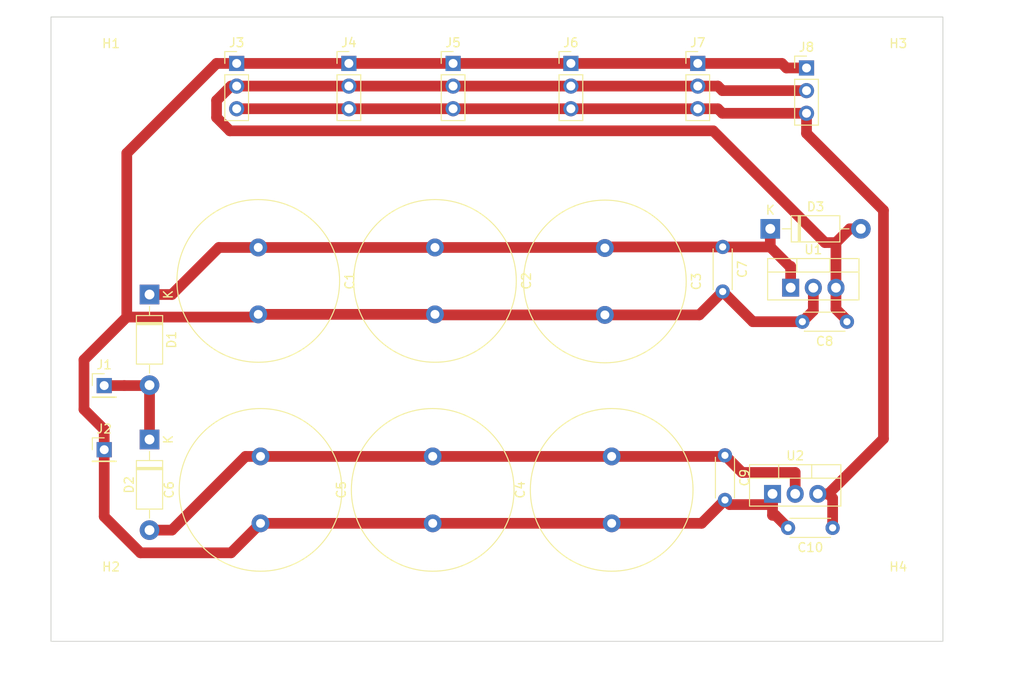
<source format=kicad_pcb>
(kicad_pcb (version 20221018) (generator pcbnew)
  (layers (0 "F.Cu" signal) (31 "B.Cu" signal) (34 "B.Paste" user) (35 "F.Paste" user) (36 "B.SilkS" user "B.Silkscreen") (37 "F.SilkS" user "F.Silkscreen") (38 "B.Mask" user) (39 "F.Mask" user) (44 "Edge.Cuts" user))
  (net 0 "")
  (net 1 "Net-(D1-K)")
  (net 2 "GND")
  (net 3 "Net-(D2-A)")
  (net 4 "Net-(D3-A)")
  (net 5 "+12VA")
  (net 6 "Net-(J3-Pin_3)")
  (footprint "Diode_THT:D_DO-41_SOD81_P10.16mm_Horizontal" (layer "F.Cu") (at 92.964 36.322)
    (fp_text reference "D3" (at 5.08 -2.47) (layer "F.SilkS"))
    (fp_text value "1N4007")
    (fp_text user "K" (at 0 -2.1) (layer "F.SilkS"))
    (fp_line (start 1.34 0) (end 2.36 0) (stroke (width 0.12)) (layer "F.SilkS"))
    (fp_line (start 2.36 -1.47) (end 2.36 1.47) (stroke (width 0.12)) (layer "F.SilkS"))
    (fp_line (start 2.36 1.47) (end 7.8 1.47) (stroke (width 0.12)) (layer "F.SilkS"))
    (fp_line (start 3.14 -1.47) (end 3.14 1.47) (stroke (width 0.12)) (layer "F.SilkS"))
    (fp_line (start 3.26 -1.47) (end 3.26 1.47) (stroke (width 0.12)) (layer "F.SilkS"))
    (fp_line (start 3.38 -1.47) (end 3.38 1.47) (stroke (width 0.12)) (layer "F.SilkS"))
    (fp_line (start 7.8 -1.47) (end 2.36 -1.47) (stroke (width 0.12)) (layer "F.SilkS"))
    (fp_line (start 7.8 1.47) (end 7.8 -1.47) (stroke (width 0.12)) (layer "F.SilkS"))
    (fp_line (start 8.82 0) (end 7.8 0) (stroke (width 0.12)) (layer "F.SilkS"))
    (pad "1" thru_hole rect (at 0 0) (size 2.2 2.2) (drill 1.1) (layers "*.Cu" "*.Mask") (net 1 "Net-(D1-K)"))
    (pad "2" thru_hole oval (at 10.16 0) (size 2.2 2.2) (drill 1.1) (layers "*.Cu" "*.Mask") (net 4 "Net-(D3-A)"))
  )
  (footprint "Connector_PinHeader_2.54mm:PinHeader_1x03_P2.54mm_Vertical" (layer "F.Cu") (at 70.612 17.78)
    (fp_text reference "J6" (at 0 -2.33) (layer "F.SilkS"))
    (fp_text value "Conn_01x03_Pin")
    (fp_line (start -1.33 -1.33) (end 0 -1.33) (stroke (width 0.12)) (layer "F.SilkS"))
    (fp_line (start -1.33 0) (end -1.33 -1.33) (stroke (width 0.12)) (layer "F.SilkS"))
    (fp_line (start -1.33 1.27) (end -1.33 6.41) (stroke (width 0.12)) (layer "F.SilkS"))
    (fp_line (start -1.33 1.27) (end 1.33 1.27) (stroke (width 0.12)) (layer "F.SilkS"))
    (fp_line (start -1.33 6.41) (end 1.33 6.41) (stroke (width 0.12)) (layer "F.SilkS"))
    (fp_line (start 1.33 1.27) (end 1.33 6.41) (stroke (width 0.12)) (layer "F.SilkS"))
    (pad "1" thru_hole rect (at 0 0) (size 1.7 1.7) (drill 1) (layers "*.Cu" "*.Mask") (net 2 "GND"))
    (pad "2" thru_hole oval (at 0 2.54) (size 1.7 1.7) (drill 1) (layers "*.Cu" "*.Mask") (net 4 "Net-(D3-A)"))
    (pad "3" thru_hole oval (at 0 5.08) (size 1.7 1.7) (drill 1) (layers "*.Cu" "*.Mask") (net 6 "Net-(J3-Pin_3)"))
  )
  (footprint "Capacitor_THT:C_Radial_D18.0mm_H35.5mm_P7.50mm" (layer "F.Cu") (at 35.56 38.414 -90)
    (fp_text reference "C1" (at 3.75 -10.25 90) (layer "F.SilkS"))
    (fp_text value "4700u")
    (fp_circle (center 3.75 0) (end 12.87 0) (stroke (width 0.12)) (fill none) (layer "F.SilkS"))
    (pad "1" thru_hole circle (at 0 0 270) (size 2 2) (drill 1) (layers "*.Cu" "*.Mask") (net 1 "Net-(D1-K)"))
    (pad "2" thru_hole circle (at 7.5 0 270) (size 2 2) (drill 1) (layers "*.Cu" "*.Mask") (net 2 "GND"))
  )
  (footprint "Connector_PinHeader_2.54mm:PinHeader_1x03_P2.54mm_Vertical" (layer "F.Cu") (at 84.836 17.78)
    (fp_text reference "J7" (at 0 -2.33) (layer "F.SilkS"))
    (fp_text value "Conn_01x03_Pin")
    (fp_line (start -1.33 -1.33) (end 0 -1.33) (stroke (width 0.12)) (layer "F.SilkS"))
    (fp_line (start -1.33 0) (end -1.33 -1.33) (stroke (width 0.12)) (layer "F.SilkS"))
    (fp_line (start -1.33 1.27) (end -1.33 6.41) (stroke (width 0.12)) (layer "F.SilkS"))
    (fp_line (start -1.33 1.27) (end 1.33 1.27) (stroke (width 0.12)) (layer "F.SilkS"))
    (fp_line (start -1.33 6.41) (end 1.33 6.41) (stroke (width 0.12)) (layer "F.SilkS"))
    (fp_line (start 1.33 1.27) (end 1.33 6.41) (stroke (width 0.12)) (layer "F.SilkS"))
    (pad "1" thru_hole rect (at 0 0) (size 1.7 1.7) (drill 1) (layers "*.Cu" "*.Mask") (net 2 "GND"))
    (pad "2" thru_hole oval (at 0 2.54) (size 1.7 1.7) (drill 1) (layers "*.Cu" "*.Mask") (net 4 "Net-(D3-A)"))
    (pad "3" thru_hole oval (at 0 5.08) (size 1.7 1.7) (drill 1) (layers "*.Cu" "*.Mask") (net 6 "Net-(J3-Pin_3)"))
  )
  (footprint "Connector_PinHeader_2.54mm:PinHeader_1x03_P2.54mm_Vertical" (layer "F.Cu") (at 97.028 18.288)
    (fp_text reference "J8" (at 0 -2.33) (layer "F.SilkS"))
    (fp_text value "Conn_01x03_Pin")
    (fp_line (start -1.33 -1.33) (end 0 -1.33) (stroke (width 0.12)) (layer "F.SilkS"))
    (fp_line (start -1.33 0) (end -1.33 -1.33) (stroke (width 0.12)) (layer "F.SilkS"))
    (fp_line (start -1.33 1.27) (end -1.33 6.41) (stroke (width 0.12)) (layer "F.SilkS"))
    (fp_line (start -1.33 1.27) (end 1.33 1.27) (stroke (width 0.12)) (layer "F.SilkS"))
    (fp_line (start -1.33 6.41) (end 1.33 6.41) (stroke (width 0.12)) (layer "F.SilkS"))
    (fp_line (start 1.33 1.27) (end 1.33 6.41) (stroke (width 0.12)) (layer "F.SilkS"))
    (pad "1" thru_hole rect (at 0 0) (size 1.7 1.7) (drill 1) (layers "*.Cu" "*.Mask") (net 2 "GND"))
    (pad "2" thru_hole oval (at 0 2.54) (size 1.7 1.7) (drill 1) (layers "*.Cu" "*.Mask") (net 4 "Net-(D3-A)"))
    (pad "3" thru_hole oval (at 0 5.08) (size 1.7 1.7) (drill 1) (layers "*.Cu" "*.Mask") (net 6 "Net-(J3-Pin_3)"))
  )
  (footprint "Connector_PinHeader_2.54mm:PinHeader_1x01_P2.54mm_Vertical" (layer "F.Cu") (at 18.288 61.087)
    (fp_text reference "J2" (at 0 -2.33) (layer "F.SilkS"))
    (fp_text value "Conn_01x01_Pin")
    (fp_line (start -1.33 -1.33) (end 0 -1.33) (stroke (width 0.12)) (layer "F.SilkS"))
    (fp_line (start -1.33 0) (end -1.33 -1.33) (stroke (width 0.12)) (layer "F.SilkS"))
    (fp_line (start -1.33 1.27) (end -1.33 1.33) (stroke (width 0.12)) (layer "F.SilkS"))
    (fp_line (start -1.33 1.27) (end 1.33 1.27) (stroke (width 0.12)) (layer "F.SilkS"))
    (fp_line (start -1.33 1.33) (end 1.33 1.33) (stroke (width 0.12)) (layer "F.SilkS"))
    (fp_line (start 1.33 1.27) (end 1.33 1.33) (stroke (width 0.12)) (layer "F.SilkS"))
    (pad "1" thru_hole rect (at 0 0) (size 1.7 1.7) (drill 1) (layers "*.Cu" "*.Mask") (net 2 "GND"))
  )
  (footprint "Capacitor_THT:C_Radial_D18.0mm_H35.5mm_P7.50mm" (layer "F.Cu") (at 74.422 38.474 -90)
    (fp_text reference "C3" (at 3.75 -10.25 90) (layer "F.SilkS"))
    (fp_text value "4700u")
    (fp_circle (center 3.75 0) (end 12.87 0) (stroke (width 0.12)) (fill none) (layer "F.SilkS"))
    (pad "1" thru_hole circle (at 0 0 270) (size 2 2) (drill 1) (layers "*.Cu" "*.Mask") (net 1 "Net-(D1-K)"))
    (pad "2" thru_hole circle (at 7.5 0 270) (size 2 2) (drill 1) (layers "*.Cu" "*.Mask") (net 2 "GND"))
  )
  (footprint "Package_TO_SOT_THT:TO-220-3_Vertical" (layer "F.Cu") (at 95.25 42.926)
    (fp_text reference "U1" (at 2.54 -4.27) (layer "F.SilkS"))
    (fp_text value "L7812")
    (fp_line (start -2.58 -3.27) (end -2.58 1.371) (stroke (width 0.12)) (layer "F.SilkS"))
    (fp_line (start -2.58 -3.27) (end 7.66 -3.27) (stroke (width 0.12)) (layer "F.SilkS"))
    (fp_line (start -2.58 -1.76) (end 7.66 -1.76) (stroke (width 0.12)) (layer "F.SilkS"))
    (fp_line (start -2.58 1.371) (end 7.66 1.371) (stroke (width 0.12)) (layer "F.SilkS"))
    (fp_line (start 0.69 -3.27) (end 0.69 -1.76) (stroke (width 0.12)) (layer "F.SilkS"))
    (fp_line (start 4.391 -3.27) (end 4.391 -1.76) (stroke (width 0.12)) (layer "F.SilkS"))
    (fp_line (start 7.66 -3.27) (end 7.66 1.371) (stroke (width 0.12)) (layer "F.SilkS"))
    (pad "1" thru_hole rect (at 0 0) (size 1.905 2) (drill 1.1) (layers "*.Cu" "*.Mask") (net 1 "Net-(D1-K)"))
    (pad "2" thru_hole oval (at 2.54 0) (size 1.905 2) (drill 1.1) (layers "*.Cu" "*.Mask") (net 2 "GND"))
    (pad "3" thru_hole oval (at 5.08 0) (size 1.905 2) (drill 1.1) (layers "*.Cu" "*.Mask") (net 4 "Net-(D3-A)"))
  )
  (footprint "Capacitor_THT:C_Radial_D18.0mm_H35.5mm_P7.50mm" (layer "F.Cu") (at 55.372 38.414 -90)
    (fp_text reference "C2" (at 3.75 -10.25 90) (layer "F.SilkS"))
    (fp_text value "4700u")
    (fp_circle (center 3.75 0) (end 12.87 0) (stroke (width 0.12)) (fill none) (layer "F.SilkS"))
    (pad "1" thru_hole circle (at 0 0 270) (size 2 2) (drill 1) (layers "*.Cu" "*.Mask") (net 1 "Net-(D1-K)"))
    (pad "2" thru_hole circle (at 7.5 0 270) (size 2 2) (drill 1) (layers "*.Cu" "*.Mask") (net 2 "GND"))
  )
  (footprint "Connector_PinHeader_2.54mm:PinHeader_1x01_P2.54mm_Vertical" (layer "F.Cu") (at 18.288 53.897)
    (fp_text reference "J1" (at 0 -2.33) (layer "F.SilkS"))
    (fp_text value "Conn_01x01_Pin")
    (fp_line (start -1.33 -1.33) (end 0 -1.33) (stroke (width 0.12)) (layer "F.SilkS"))
    (fp_line (start -1.33 0) (end -1.33 -1.33) (stroke (width 0.12)) (layer "F.SilkS"))
    (fp_line (start -1.33 1.27) (end -1.33 1.33) (stroke (width 0.12)) (layer "F.SilkS"))
    (fp_line (start -1.33 1.27) (end 1.33 1.27) (stroke (width 0.12)) (layer "F.SilkS"))
    (fp_line (start -1.33 1.33) (end 1.33 1.33) (stroke (width 0.12)) (layer "F.SilkS"))
    (fp_line (start 1.33 1.27) (end 1.33 1.33) (stroke (width 0.12)) (layer "F.SilkS"))
    (pad "1" thru_hole rect (at 0 0) (size 1.7 1.7) (drill 1) (layers "*.Cu" "*.Mask") (net 5 "+12VA"))
  )
  (footprint "Capacitor_THT:C_Disc_D4.3mm_W1.9mm_P5.00mm" (layer "F.Cu") (at 87.63 38.354 -90)
    (fp_text reference "C7" (at 2.5 -2.2 -90) (layer "F.SilkS"))
    (fp_text value "1u")
    (fp_line (start 0.23 -1.07) (end 0.23 -1.055) (stroke (width 0.12)) (layer "F.SilkS"))
    (fp_line (start 0.23 -1.07) (end 4.77 -1.07) (stroke (width 0.12)) (layer "F.SilkS"))
    (fp_line (start 0.23 1.055) (end 0.23 1.07) (stroke (width 0.12)) (layer "F.SilkS"))
    (fp_line (start 0.23 1.07) (end 4.77 1.07) (stroke (width 0.12)) (layer "F.SilkS"))
    (fp_line (start 4.77 -1.07) (end 4.77 -1.055) (stroke (width 0.12)) (layer "F.SilkS"))
    (fp_line (start 4.77 1.055) (end 4.77 1.07) (stroke (width 0.12)) (layer "F.SilkS"))
    (pad "1" thru_hole circle (at 0 0 270) (size 1.6 1.6) (drill 0.8) (layers "*.Cu" "*.Mask") (net 1 "Net-(D1-K)"))
    (pad "2" thru_hole circle (at 5 0 270) (size 1.6 1.6) (drill 0.8) (layers "*.Cu" "*.Mask") (net 2 "GND"))
  )
  (footprint "MountingHole:MountingHole_2.5mm" (layer "F.Cu") (at 19.05 19.05)
    (fp_text reference "H1" (at 0 -3.5) (layer "F.SilkS"))
    (fp_text value "MountingHole")
    (pad "" np_thru_hole circle (at 0 0) (size 2.5 2.5) (drill 2.5) (layers "*.Cu" "*.Mask"))
  )
  (footprint "Capacitor_THT:C_Radial_D18.0mm_H35.5mm_P7.50mm" (layer "F.Cu") (at 75.184 69.342 90)
    (fp_text reference "C4" (at 3.75 -10.25 90) (layer "F.SilkS"))
    (fp_text value "4700u")
    (fp_circle (center 3.75 0) (end 12.87 0) (stroke (width 0.12)) (fill none) (layer "F.SilkS"))
    (pad "1" thru_hole circle (at 0 0 90) (size 2 2) (drill 1) (layers "*.Cu" "*.Mask") (net 2 "GND"))
    (pad "2" thru_hole circle (at 7.5 0 90) (size 2 2) (drill 1) (layers "*.Cu" "*.Mask") (net 3 "Net-(D2-A)"))
  )
  (footprint "Connector_PinHeader_2.54mm:PinHeader_1x03_P2.54mm_Vertical" (layer "F.Cu") (at 33.138 17.78)
    (fp_text reference "J3" (at 0 -2.33) (layer "F.SilkS"))
    (fp_text value "Conn_01x03_Pin")
    (fp_line (start -1.33 -1.33) (end 0 -1.33) (stroke (width 0.12)) (layer "F.SilkS"))
    (fp_line (start -1.33 0) (end -1.33 -1.33) (stroke (width 0.12)) (layer "F.SilkS"))
    (fp_line (start -1.33 1.27) (end -1.33 6.41) (stroke (width 0.12)) (layer "F.SilkS"))
    (fp_line (start -1.33 1.27) (end 1.33 1.27) (stroke (width 0.12)) (layer "F.SilkS"))
    (fp_line (start -1.33 6.41) (end 1.33 6.41) (stroke (width 0.12)) (layer "F.SilkS"))
    (fp_line (start 1.33 1.27) (end 1.33 6.41) (stroke (width 0.12)) (layer "F.SilkS"))
    (pad "1" thru_hole rect (at 0 0) (size 1.7 1.7) (drill 1) (layers "*.Cu" "*.Mask") (net 2 "GND"))
    (pad "2" thru_hole oval (at 0 2.54) (size 1.7 1.7) (drill 1) (layers "*.Cu" "*.Mask") (net 4 "Net-(D3-A)"))
    (pad "3" thru_hole oval (at 0 5.08) (size 1.7 1.7) (drill 1) (layers "*.Cu" "*.Mask") (net 6 "Net-(J3-Pin_3)"))
  )
  (footprint "Connector_PinHeader_2.54mm:PinHeader_1x03_P2.54mm_Vertical" (layer "F.Cu") (at 57.404 17.78)
    (fp_text reference "J5" (at 0 -2.33) (layer "F.SilkS"))
    (fp_text value "Conn_01x03_Pin")
    (fp_line (start -1.33 -1.33) (end 0 -1.33) (stroke (width 0.12)) (layer "F.SilkS"))
    (fp_line (start -1.33 0) (end -1.33 -1.33) (stroke (width 0.12)) (layer "F.SilkS"))
    (fp_line (start -1.33 1.27) (end -1.33 6.41) (stroke (width 0.12)) (layer "F.SilkS"))
    (fp_line (start -1.33 1.27) (end 1.33 1.27) (stroke (width 0.12)) (layer "F.SilkS"))
    (fp_line (start -1.33 6.41) (end 1.33 6.41) (stroke (width 0.12)) (layer "F.SilkS"))
    (fp_line (start 1.33 1.27) (end 1.33 6.41) (stroke (width 0.12)) (layer "F.SilkS"))
    (pad "1" thru_hole rect (at 0 0) (size 1.7 1.7) (drill 1) (layers "*.Cu" "*.Mask") (net 2 "GND"))
    (pad "2" thru_hole oval (at 0 2.54) (size 1.7 1.7) (drill 1) (layers "*.Cu" "*.Mask") (net 4 "Net-(D3-A)"))
    (pad "3" thru_hole oval (at 0 5.08) (size 1.7 1.7) (drill 1) (layers "*.Cu" "*.Mask") (net 6 "Net-(J3-Pin_3)"))
  )
  (footprint "Capacitor_THT:C_Disc_D4.3mm_W1.9mm_P5.00mm" (layer "F.Cu") (at 87.884 61.722 -90)
    (fp_text reference "C9" (at 2.5 -2.2 -90) (layer "F.SilkS"))
    (fp_text value "1u")
    (fp_line (start 0.23 -1.07) (end 0.23 -1.055) (stroke (width 0.12)) (layer "F.SilkS"))
    (fp_line (start 0.23 -1.07) (end 4.77 -1.07) (stroke (width 0.12)) (layer "F.SilkS"))
    (fp_line (start 0.23 1.055) (end 0.23 1.07) (stroke (width 0.12)) (layer "F.SilkS"))
    (fp_line (start 0.23 1.07) (end 4.77 1.07) (stroke (width 0.12)) (layer "F.SilkS"))
    (fp_line (start 4.77 -1.07) (end 4.77 -1.055) (stroke (width 0.12)) (layer "F.SilkS"))
    (fp_line (start 4.77 1.055) (end 4.77 1.07) (stroke (width 0.12)) (layer "F.SilkS"))
    (pad "1" thru_hole circle (at 0 0 270) (size 1.6 1.6) (drill 0.8) (layers "*.Cu" "*.Mask") (net 3 "Net-(D2-A)"))
    (pad "2" thru_hole circle (at 5 0 270) (size 1.6 1.6) (drill 0.8) (layers "*.Cu" "*.Mask") (net 2 "GND"))
  )
  (footprint "MountingHole:MountingHole_2.5mm" (layer "F.Cu") (at 19.05 77.724)
    (fp_text reference "H2" (at 0 -3.5) (layer "F.SilkS"))
    (fp_text value "MountingHole")
    (pad "" np_thru_hole circle (at 0 0) (size 2.5 2.5) (drill 2.5) (layers "*.Cu" "*.Mask"))
  )
  (footprint "Capacitor_THT:C_Disc_D4.3mm_W1.9mm_P5.00mm" (layer "F.Cu") (at 99.956 69.85 180)
    (fp_text reference "C10" (at 2.5 -2.2 180) (layer "F.SilkS"))
    (fp_text value "1u")
    (fp_line (start 0.23 -1.07) (end 0.23 -1.055) (stroke (width 0.12)) (layer "F.SilkS"))
    (fp_line (start 0.23 -1.07) (end 4.77 -1.07) (stroke (width 0.12)) (layer "F.SilkS"))
    (fp_line (start 0.23 1.055) (end 0.23 1.07) (stroke (width 0.12)) (layer "F.SilkS"))
    (fp_line (start 0.23 1.07) (end 4.77 1.07) (stroke (width 0.12)) (layer "F.SilkS"))
    (fp_line (start 4.77 -1.07) (end 4.77 -1.055) (stroke (width 0.12)) (layer "F.SilkS"))
    (fp_line (start 4.77 1.055) (end 4.77 1.07) (stroke (width 0.12)) (layer "F.SilkS"))
    (pad "1" thru_hole circle (at 0 0 180) (size 1.6 1.6) (drill 0.8) (layers "*.Cu" "*.Mask") (net 6 "Net-(J3-Pin_3)"))
    (pad "2" thru_hole circle (at 5 0 180) (size 1.6 1.6) (drill 0.8) (layers "*.Cu" "*.Mask") (net 2 "GND"))
  )
  (footprint "MountingHole:MountingHole_2.5mm" (layer "F.Cu") (at 107.315 77.724)
    (fp_text reference "H4" (at 0 -3.5) (layer "F.SilkS"))
    (fp_text value "MountingHole" hide)
    (pad "" np_thru_hole circle (at 0 0) (size 2.5 2.5) (drill 2.5) (layers "*.Cu" "*.Mask"))
  )
  (footprint "Capacitor_THT:C_Radial_D18.0mm_H35.5mm_P7.50mm" (layer "F.Cu") (at 35.814 69.342 90)
    (fp_text reference "C6" (at 3.75 -10.25 90) (layer "F.SilkS"))
    (fp_text value "4700u")
    (fp_circle (center 3.75 0) (end 12.87 0) (stroke (width 0.12)) (fill none) (layer "F.SilkS"))
    (pad "1" thru_hole circle (at 0 0 90) (size 2 2) (drill 1) (layers "*.Cu" "*.Mask") (net 2 "GND"))
    (pad "2" thru_hole circle (at 7.5 0 90) (size 2 2) (drill 1) (layers "*.Cu" "*.Mask") (net 3 "Net-(D2-A)"))
  )
  (footprint "Diode_THT:D_DO-41_SOD81_P10.16mm_Horizontal" (layer "F.Cu") (at 23.368 43.688 -90)
    (fp_text reference "D1" (at 5.08 -2.47 90) (layer "F.SilkS"))
    (fp_text value "1N4007")
    (fp_text user "K" (at 0 -2.1 90) (layer "F.SilkS"))
    (fp_line (start 1.34 0) (end 2.36 0) (stroke (width 0.12)) (layer "F.SilkS"))
    (fp_line (start 2.36 -1.47) (end 2.36 1.47) (stroke (width 0.12)) (layer "F.SilkS"))
    (fp_line (start 2.36 1.47) (end 7.8 1.47) (stroke (width 0.12)) (layer "F.SilkS"))
    (fp_line (start 3.14 -1.47) (end 3.14 1.47) (stroke (width 0.12)) (layer "F.SilkS"))
    (fp_line (start 3.26 -1.47) (end 3.26 1.47) (stroke (width 0.12)) (layer "F.SilkS"))
    (fp_line (start 3.38 -1.47) (end 3.38 1.47) (stroke (width 0.12)) (layer "F.SilkS"))
    (fp_line (start 7.8 -1.47) (end 2.36 -1.47) (stroke (width 0.12)) (layer "F.SilkS"))
    (fp_line (start 7.8 1.47) (end 7.8 -1.47) (stroke (width 0.12)) (layer "F.SilkS"))
    (fp_line (start 8.82 0) (end 7.8 0) (stroke (width 0.12)) (layer "F.SilkS"))
    (pad "1" thru_hole rect (at 0 0 270) (size 2.2 2.2) (drill 1.1) (layers "*.Cu" "*.Mask") (net 1 "Net-(D1-K)"))
    (pad "2" thru_hole oval (at 10.16 0 270) (size 2.2 2.2) (drill 1.1) (layers "*.Cu" "*.Mask") (net 5 "+12VA"))
  )
  (footprint "Diode_THT:D_DO-41_SOD81_P10.16mm_Horizontal" (layer "F.Cu") (at 23.368 59.944 -90)
    (fp_text reference "D2" (at 5.08 2.286 90) (layer "F.SilkS"))
    (fp_text value "1N4007")
    (fp_text user "K" (at 0 -2.1 90) (layer "F.SilkS"))
    (fp_line (start 1.34 0) (end 2.36 0) (stroke (width 0.12)) (layer "F.SilkS"))
    (fp_line (start 2.36 -1.47) (end 2.36 1.47) (stroke (width 0.12)) (layer "F.SilkS"))
    (fp_line (start 2.36 1.47) (end 7.8 1.47) (stroke (width 0.12)) (layer "F.SilkS"))
    (fp_line (start 3.14 -1.47) (end 3.14 1.47) (stroke (width 0.12)) (layer "F.SilkS"))
    (fp_line (start 3.26 -1.47) (end 3.26 1.47) (stroke (width 0.12)) (layer "F.SilkS"))
    (fp_line (start 3.38 -1.47) (end 3.38 1.47) (stroke (width 0.12)) (layer "F.SilkS"))
    (fp_line (start 7.8 -1.47) (end 2.36 -1.47) (stroke (width 0.12)) (layer "F.SilkS"))
    (fp_line (start 7.8 1.47) (end 7.8 -1.47) (stroke (width 0.12)) (layer "F.SilkS"))
    (fp_line (start 8.82 0) (end 7.8 0) (stroke (width 0.12)) (layer "F.SilkS"))
    (pad "1" thru_hole rect (at 0 0 270) (size 2.2 2.2) (drill 1.1) (layers "*.Cu" "*.Mask") (net 5 "+12VA"))
    (pad "2" thru_hole oval (at 10.16 0 270) (size 2.2 2.2) (drill 1.1) (layers "*.Cu" "*.Mask") (net 3 "Net-(D2-A)"))
  )
  (footprint "Capacitor_THT:C_Radial_D18.0mm_H35.5mm_P7.50mm" (layer "F.Cu") (at 55.118 69.342 90)
    (fp_text reference "C5" (at 3.75 -10.25 90) (layer "F.SilkS"))
    (fp_text value "4700u")
    (fp_circle (center 3.75 0) (end 12.87 0) (stroke (width 0.12)) (fill none) (layer "F.SilkS"))
    (pad "1" thru_hole circle (at 0 0 90) (size 2 2) (drill 1) (layers "*.Cu" "*.Mask") (net 2 "GND"))
    (pad "2" thru_hole circle (at 7.5 0 90) (size 2 2) (drill 1) (layers "*.Cu" "*.Mask") (net 3 "Net-(D2-A)"))
  )
  (footprint "Package_TO_SOT_THT:TO-220-3_Vertical" (layer "F.Cu") (at 93.218 66.04)
    (fp_text reference "U2" (at 2.54 -4.27) (layer "F.SilkS"))
    (fp_text value "L7912")
    (fp_line (start -2.58 -3.27) (end -2.58 1.371) (stroke (width 0.12)) (layer "F.SilkS"))
    (fp_line (start -2.58 -3.27) (end 7.66 -3.27) (stroke (width 0.12)) (layer "F.SilkS"))
    (fp_line (start -2.58 -1.76) (end 7.66 -1.76) (stroke (width 0.12)) (layer "F.SilkS"))
    (fp_line (start -2.58 1.371) (end 7.66 1.371) (stroke (width 0.12)) (layer "F.SilkS"))
    (fp_line (start 0.69 -3.27) (end 0.69 -1.76) (stroke (width 0.12)) (layer "F.SilkS"))
    (fp_line (start 4.391 -3.27) (end 4.391 -1.76) (stroke (width 0.12)) (layer "F.SilkS"))
    (fp_line (start 7.66 -3.27) (end 7.66 1.371) (stroke (width 0.12)) (layer "F.SilkS"))
    (pad "1" thru_hole rect (at 0 0) (size 1.905 2) (drill 1.1) (layers "*.Cu" "*.Mask") (net 2 "GND"))
    (pad "2" thru_hole oval (at 2.54 0) (size 1.905 2) (drill 1.1) (layers "*.Cu" "*.Mask") (net 3 "Net-(D2-A)"))
    (pad "3" thru_hole oval (at 5.08 0) (size 1.905 2) (drill 1.1) (layers "*.Cu" "*.Mask") (net 6 "Net-(J3-Pin_3)"))
  )
  (footprint "Connector_PinHeader_2.54mm:PinHeader_1x03_P2.54mm_Vertical" (layer "F.Cu") (at 45.72 17.78)
    (fp_text reference "J4" (at 0 -2.33) (layer "F.SilkS"))
    (fp_text value "Conn_01x03_Pin")
    (fp_line (start -1.33 -1.33) (end 0 -1.33) (stroke (width 0.12)) (layer "F.SilkS"))
    (fp_line (start -1.33 0) (end -1.33 -1.33) (stroke (width 0.12)) (layer "F.SilkS"))
    (fp_line (start -1.33 1.27) (end -1.33 6.41) (stroke (width 0.12)) (layer "F.SilkS"))
    (fp_line (start -1.33 1.27) (end 1.33 1.27) (stroke (width 0.12)) (layer "F.SilkS"))
    (fp_line (start -1.33 6.41) (end 1.33 6.41) (stroke (width 0.12)) (layer "F.SilkS"))
    (fp_line (start 1.33 1.27) (end 1.33 6.41) (stroke (width 0.12)) (layer "F.SilkS"))
    (pad "1" thru_hole rect (at 0 0) (size 1.7 1.7) (drill 1) (layers "*.Cu" "*.Mask") (net 2 "GND"))
    (pad "2" thru_hole oval (at 0 2.54) (size 1.7 1.7) (drill 1) (layers "*.Cu" "*.Mask") (net 4 "Net-(D3-A)"))
    (pad "3" thru_hole oval (at 0 5.08) (size 1.7 1.7) (drill 1) (layers "*.Cu" "*.Mask") (net 6 "Net-(J3-Pin_3)"))
  )
  (footprint "Capacitor_THT:C_Disc_D4.3mm_W1.9mm_P5.00mm" (layer "F.Cu") (at 101.56 46.736 180)
    (fp_text reference "C8" (at 2.5 -2.2) (layer "F.SilkS"))
    (fp_text value "1u")
    (fp_line (start 0.23 -1.07) (end 0.23 -1.055) (stroke (width 0.12)) (layer "F.SilkS"))
    (fp_line (start 0.23 -1.07) (end 4.77 -1.07) (stroke (width 0.12)) (layer "F.SilkS"))
    (fp_line (start 0.23 1.055) (end 0.23 1.07) (stroke (width 0.12)) (layer "F.SilkS"))
    (fp_line (start 0.23 1.07) (end 4.77 1.07) (stroke (width 0.12)) (layer "F.SilkS"))
    (fp_line (start 4.77 -1.07) (end 4.77 -1.055) (stroke (width 0.12)) (layer "F.SilkS"))
    (fp_line (start 4.77 1.055) (end 4.77 1.07) (stroke (width 0.12)) (layer "F.SilkS"))
    (pad "1" thru_hole circle (at 0 0 180) (size 1.6 1.6) (drill 0.8) (layers "*.Cu" "*.Mask") (net 4 "Net-(D3-A)"))
    (pad "2" thru_hole circle (at 5 0 180) (size 1.6 1.6) (drill 0.8) (layers "*.Cu" "*.Mask") (net 2 "GND"))
  )
  (footprint "MountingHole:MountingHole_2.5mm" (layer "F.Cu") (at 107.315 19.05)
    (fp_text reference "H3" (at 0 -3.5) (layer "F.SilkS"))
    (fp_text value "MountingHole")
    (pad "" np_thru_hole circle (at 0 0) (size 2.5 2.5) (drill 2.5) (layers "*.Cu" "*.Mask"))
  )
  (gr_rect (start 12.319 12.573) (end 112.319 82.573) (stroke (width 0.1)) (fill none) (layer "Edge.Cuts"))
  (segment (start 74.422 38.474) (end 74.542 38.354) (width 1.2) (layer "F.Cu") (net 1))
  (segment (start 35.56 38.414) (end 31.1439 38.414) (width 1.2) (layer "F.Cu") (net 1))
  (segment (start 95.25 40.5241) (end 95.1341 40.5241) (width 1.2) (layer "F.Cu") (net 1))
  (segment (start 23.368 43.688) (end 25.8699 43.688) (width 1.2) (layer "F.Cu") (net 1))
  (segment (start 95.25 42.926) (end 95.25 40.5241) (width 1.2) (layer "F.Cu") (net 1))
  (segment (start 35.56 38.414) (end 55.372 38.414) (width 1.2) (layer "F.Cu") (net 1))
  (segment (start 87.63 38.354) (end 92.964 38.354) (width 1.2) (layer "F.Cu") (net 1))
  (segment (start 92.964 36.322) (end 92.964 38.354) (width 1.2) (layer "F.Cu") (net 1))
  (segment (start 95.1341 40.5241) (end 92.964 38.354) (width 1.2) (layer "F.Cu") (net 1))
  (segment (start 74.542 38.354) (end 87.63 38.354) (width 1.2) (layer "F.Cu") (net 1))
  (segment (start 74.362 38.414) (end 74.422 38.474) (width 1.2) (layer "F.Cu") (net 1))
  (segment (start 31.1439 38.414) (end 25.8699 43.688) (width 1.2) (layer "F.Cu") (net 1))
  (segment (start 55.372 38.414) (end 74.362 38.414) (width 1.2) (layer "F.Cu") (net 1))
  (segment (start 84.836 17.78) (end 94.2681 17.78) (width 1.2) (layer "F.Cu") (net 2))
  (segment (start 35.2606 46.2134) (end 35.56 45.914) (width 1.2) (layer "F.Cu") (net 2))
  (segment (start 93.5479 68.4419) (end 94.956 69.85) (width 1.2) (layer "F.Cu") (net 2))
  (segment (start 75.184 69.342) (end 85.264 69.342) (width 1.2) (layer "F.Cu") (net 2))
  (segment (start 85.264 69.342) (end 87.884 66.722) (width 1.2) (layer "F.Cu") (net 2))
  (segment (start 88.4029 67.2409) (end 87.884 66.722) (width 1.2) (layer "F.Cu") (net 2))
  (segment (start 93.218 68.4419) (end 93.5479 68.4419) (width 1.2) (layer "F.Cu") (net 2))
  (segment (start 93.218 67.2409) (end 88.4029 67.2409) (width 1.2) (layer "F.Cu") (net 2))
  (segment (start 33.138 17.78) (end 30.8861 17.78) (width 1.2) (layer "F.Cu") (net 2))
  (segment (start 20.8188 46.2134) (end 35.2606 46.2134) (width 1.2) (layer "F.Cu") (net 2))
  (segment (start 22.352 72.6471) (end 18.288 68.5831) (width 1.2) (layer "F.Cu") (net 2))
  (segment (start 55.432 45.974) (end 74.422 45.974) (width 1.2) (layer "F.Cu") (net 2))
  (segment (start 45.72 17.78) (end 57.404 17.78) (width 1.2) (layer "F.Cu") (net 2))
  (segment (start 91.012 46.736) (end 87.63 43.354) (width 1.2) (layer "F.Cu") (net 2))
  (segment (start 16.0205 56.5676) (end 16.0205 51.0117) (width 1.2) (layer "F.Cu") (net 2))
  (segment (start 18.288 58.8351) (end 16.0205 56.5676) (width 1.2) (layer "F.Cu") (net 2))
  (segment (start 74.422 45.974) (end 85.01 45.974) (width 1.2) (layer "F.Cu") (net 2))
  (segment (start 70.612 17.78) (end 84.836 17.78) (width 1.2) (layer "F.Cu") (net 2))
  (segment (start 55.118 69.342) (end 75.184 69.342) (width 1.2) (layer "F.Cu") (net 2))
  (segment (start 30.8861 17.78) (end 20.8188 27.8473) (width 1.2) (layer "F.Cu") (net 2))
  (segment (start 97.79 45.506) (end 96.56 46.736) (width 1.2) (layer "F.Cu") (net 2))
  (segment (start 18.288 61.087) (end 18.288 58.8351) (width 1.2) (layer "F.Cu") (net 2))
  (segment (start 45.72 17.78) (end 33.138 17.78) (width 1.2) (layer "F.Cu") (net 2))
  (segment (start 55.372 45.914) (end 35.56 45.914) (width 1.2) (layer "F.Cu") (net 2))
  (segment (start 35.814 69.342) (end 32.5089 72.6471) (width 1.2) (layer "F.Cu") (net 2))
  (segment (start 96.56 46.736) (end 91.012 46.736) (width 1.2) (layer "F.Cu") (net 2))
  (segment (start 85.01 45.974) (end 87.63 43.354) (width 1.2) (layer "F.Cu") (net 2))
  (segment (start 18.288 68.5831) (end 18.288 61.087) (width 1.2) (layer "F.Cu") (net 2))
  (segment (start 57.404 17.78) (end 70.612 17.78) (width 1.2) (layer "F.Cu") (net 2))
  (segment (start 32.5089 72.6471) (end 22.352 72.6471) (width 1.2) (layer "F.Cu") (net 2))
  (segment (start 20.8188 27.8473) (end 20.8188 46.2134) (width 1.2) (layer "F.Cu") (net 2))
  (segment (start 97.028 18.288) (end 94.7761 18.288) (width 1.2) (layer "F.Cu") (net 2))
  (segment (start 55.118 69.342) (end 35.814 69.342) (width 1.2) (layer "F.Cu") (net 2))
  (segment (start 93.218 67.2409) (end 93.218 68.4419) (width 1.2) (layer "F.Cu") (net 2))
  (segment (start 55.372 45.914) (end 55.432 45.974) (width 1.2) (layer "F.Cu") (net 2))
  (segment (start 97.79 42.926) (end 97.79 45.506) (width 1.2) (layer "F.Cu") (net 2))
  (segment (start 94.2681 17.78) (end 94.7761 18.288) (width 1.2) (layer "F.Cu") (net 2))
  (segment (start 93.218 66.04) (end 93.218 67.2409) (width 1.2) (layer "F.Cu") (net 2))
  (segment (start 16.0205 51.0117) (end 20.8188 46.2134) (width 1.2) (layer "F.Cu") (net 2))
  (segment (start 75.184 61.842) (end 87.764 61.842) (width 1.2) (layer "F.Cu") (net 3))
  (segment (start 23.368 70.104) (end 25.8699 70.104) (width 1.2) (layer "F.Cu") (net 3))
  (segment (start 34.1319 61.842) (end 35.814 61.842) (width 1.2) (layer "F.Cu") (net 3))
  (segment (start 95.758 63.6381) (end 89.8001 63.6381) (width 1.2) (layer "F.Cu") (net 3))
  (segment (start 89.8001 63.6381) (end 87.884 61.722) (width 1.2) (layer "F.Cu") (net 3))
  (segment (start 87.764 61.842) (end 87.884 61.722) (width 1.2) (layer "F.Cu") (net 3))
  (segment (start 55.118 61.842) (end 75.184 61.842) (width 1.2) (layer "F.Cu") (net 3))
  (segment (start 25.8699 70.104) (end 34.1319 61.842) (width 1.2) (layer "F.Cu") (net 3))
  (segment (start 95.758 66.04) (end 95.758 63.6381) (width 1.2) (layer "F.Cu") (net 3))
  (segment (start 35.814 61.842) (end 55.118 61.842) (width 1.2) (layer "F.Cu") (net 3))
  (segment (start 100.33 37.8651) (end 99.093 37.8651) (width 1.2) (layer "F.Cu") (net 4))
  (segment (start 33.138 20.32) (end 45.72 20.32) (width 1.2) (layer "F.Cu") (net 4))
  (segment (start 100.33 37.8651) (end 101.8731 36.322) (width 1.2) (layer "F.Cu") (net 4))
  (segment (start 84.836 20.32) (end 87.0879 20.32) (width 1.2) (layer "F.Cu") (net 4))
  (segment (start 70.612 20.32) (end 84.836 20.32) (width 1.2) (layer "F.Cu") (net 4))
  (segment (start 57.404 20.32) (end 70.612 20.32) (width 1.2) (layer "F.Cu") (net 4))
  (segment (start 100.33 42.926) (end 100.33 45.3279) (width 1.2) (layer "F.Cu") (net 4))
  (segment (start 87.5959 20.828) (end 97.028 20.828) (width 1.2) (layer "F.Cu") (net 4))
  (segment (start 45.72 20.32) (end 57.404 20.32) (width 1.2) (layer "F.Cu") (net 4))
  (segment (start 100.33 42.926) (end 100.33 37.8651) (width 1.2) (layer "F.Cu") (net 4))
  (segment (start 32.4933 20.32) (end 33.138 20.32) (width 1.2) (layer "F.Cu") (net 4))
  (segment (start 103.124 36.322) (end 101.8731 36.322) (width 1.2) (layer "F.Cu") (net 4))
  (segment (start 99.093 37.8651) (end 86.5631 25.3352) (width 1.2) (layer "F.Cu") (net 4))
  (segment (start 30.8855 23.8402) (end 30.8855 21.9278) (width 1.2) (layer "F.Cu") (net 4))
  (segment (start 86.5631 25.3352) (end 32.3805 25.3352) (width 1.2) (layer "F.Cu") (net 4))
  (segment (start 32.3805 25.3352) (end 30.8855 23.8402) (width 1.2) (layer "F.Cu") (net 4))
  (segment (start 87.0879 20.32) (end 87.5959 20.828) (width 1.2) (layer "F.Cu") (net 4))
  (segment (start 101.56 46.5579) (end 101.56 46.736) (width 1.2) (layer "F.Cu") (net 4))
  (segment (start 100.33 45.3279) (end 101.56 46.5579) (width 1.2) (layer "F.Cu") (net 4))
  (segment (start 30.8855 21.9278) (end 32.4933 20.32) (width 1.2) (layer "F.Cu") (net 4))
  (segment (start 23.368 53.897) (end 23.368 53.848) (width 1.2) (layer "F.Cu") (net 5))
  (segment (start 23.368 53.897) (end 20.5399 53.897) (width 1.2) (layer "F.Cu") (net 5))
  (segment (start 23.368 59.944) (end 23.368 53.897) (width 1.2) (layer "F.Cu") (net 5))
  (segment (start 18.288 53.897) (end 20.5399 53.897) (width 1.2) (layer "F.Cu") (net 5))
  (segment (start 70.612 22.86) (end 57.404 22.86) (width 1.2) (layer "F.Cu") (net 6))
  (segment (start 99.4752 66.04) (end 99.956 66.5208) (width 1.2) (layer "F.Cu") (net 6))
  (segment (start 105.6541 34.246) (end 97.028 25.6199) (width 1.2) (layer "F.Cu") (net 6))
  (segment (start 99.956 66.5208) (end 99.956 69.85) (width 1.2) (layer "F.Cu") (net 6))
  (segment (start 105.6541 59.8611) (end 105.6541 34.246) (width 1.2) (layer "F.Cu") (net 6))
  (segment (start 70.612 22.86) (end 84.836 22.86) (width 1.2) (layer "F.Cu") (net 6))
  (segment (start 99.4752 66.04) (end 105.6541 59.8611) (width 1.2) (layer "F.Cu") (net 6))
  (segment (start 57.404 22.86) (end 45.72 22.86) (width 1.2) (layer "F.Cu") (net 6))
  (segment (start 98.298 66.04) (end 99.4752 66.04) (width 1.2) (layer "F.Cu") (net 6))
  (segment (start 87.5959 23.368) (end 97.028 23.368) (width 1.2) (layer "F.Cu") (net 6))
  (segment (start 84.836 22.86) (end 87.0879 22.86) (width 1.2) (layer "F.Cu") (net 6))
  (segment (start 97.028 23.368) (end 97.028 25.6199) (width 1.2) (layer "F.Cu") (net 6))
  (segment (start 45.72 22.86) (end 33.138 22.86) (width 1.2) (layer "F.Cu") (net 6))
  (segment (start 87.0879 22.86) (end 87.5959 23.368) (width 1.2) (layer "F.Cu") (net 6))
)
</source>
